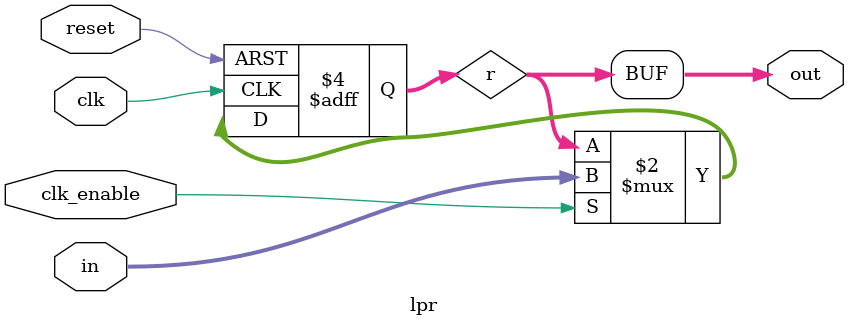
<source format=v>

module lpr (
    input clk,
    input clk_enable,
    input reset,
    input signed [15:0] in,
    output signed [15:0] out
);
    reg signed [15:0] r;
    always @(posedge clk or posedge reset) begin
        if (reset) r <= 0;
        else if (clk_enable) r <= in;
    end
    assign out = r;
endmodule

</source>
